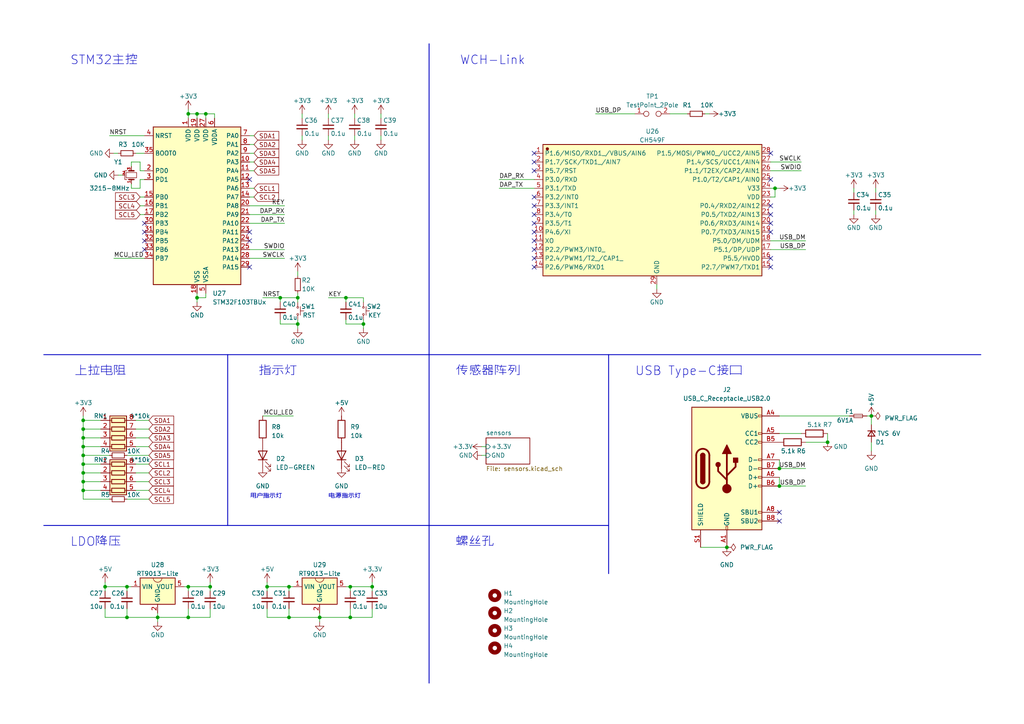
<source format=kicad_sch>
(kicad_sch (version 20230121) (generator eeschema)
  (paper "A4")
  (title_block (date "2023-06-11"))
  (lib_symbols
    (symbol "Connector:TestPoint_2Pole" (pin_names (offset 0.762) hide)
      (property "Reference" "TP" (at 0 1.524 0))
      (property "Value" "TestPoint_2Pole" (at 0 -1.778 0))
      (symbol "TestPoint_2Pole_0_1"
        (circle (center -1.778 0) (radius 0.762))
        (circle (center 1.778 0) (radius 0.762))
        (pin passive line (at -5.08 0 0) (length 2.54) (name "1") (number "1"))
        (pin passive line (at 5.08 0 180) (length 2.54) (name "2") (number "2"))
      )
    )
    (symbol "Connector:USB_C_Receptacle_USB2.0" (pin_names (offset 1.016))
      (property "Reference" "J" (at -10.16 19.05 0))
      (property "Value" "USB_C_Receptacle_USB2.0" (at 19.05 19.05 0))
      (symbol "USB_C_Receptacle_USB2.0_0_0"
        (rectangle (start -0.254 -17.78) (end 0.254 -16.764))
        (rectangle (start 10.16 -14.986) (end 9.144 -15.494))
        (rectangle (start 10.16 -12.446) (end 9.144 -12.954))
        (rectangle (start 10.16 -4.826) (end 9.144 -5.334))
        (rectangle (start 10.16 -2.286) (end 9.144 -2.794))
        (rectangle (start 10.16 0.254) (end 9.144 -0.254))
        (rectangle (start 10.16 2.794) (end 9.144 2.286))
        (rectangle (start 10.16 7.874) (end 9.144 7.366))
        (rectangle (start 10.16 10.414) (end 9.144 9.906))
        (rectangle (start 10.16 15.494) (end 9.144 14.986))
      )
      (symbol "USB_C_Receptacle_USB2.0_0_1"
        (rectangle (start -10.16 17.78) (end 10.16 -17.78) (stroke (width 0.254)) (fill (type background)))
        (arc (start -8.89 -3.81) (mid -6.985 -5.7067) (end -5.08 -3.81) (stroke (width 0.508)))
        (arc (start -7.62 -3.81) (mid -6.985 -4.4423) (end -6.35 -3.81) (stroke (width 0.254)))
        (arc (start -7.62 -3.81) (mid -6.985 -4.4423) (end -6.35 -3.81) (stroke (width 0.254)) (fill (type outline)))
        (rectangle (start -7.62 -3.81) (end -6.35 3.81) (stroke (width 0.254)) (fill (type outline)))
        (arc (start -6.35 3.81) (mid -6.985 4.4423) (end -7.62 3.81) (stroke (width 0.254)))
        (arc (start -6.35 3.81) (mid -6.985 4.4423) (end -7.62 3.81) (stroke (width 0.254)) (fill (type outline)))
        (arc (start -5.08 3.81) (mid -6.985 5.7067) (end -8.89 3.81) (stroke (width 0.508)))
        (circle (center -2.54 1.143) (radius 0.635) (stroke (width 0.254)) (fill (type outline)))
        (circle (center 0 -5.842) (radius 1.27) (fill (type outline)))
        (polyline (pts (xy -8.89 -3.81) (xy -8.89 3.81)) (stroke (width 0.508)))
        (polyline (pts (xy -5.08 3.81) (xy -5.08 -3.81)) (stroke (width 0.508)))
        (polyline (pts (xy 0 -5.842) (xy 0 4.318)) (stroke (width 0.508)))
        (polyline (pts (xy 0 -3.302) (xy -2.54 -0.762) (xy -2.54 0.508)) (stroke (width 0.508)))
        (polyline (pts (xy 0 -2.032) (xy 2.54 0.508) (xy 2.54 1.778)) (stroke (width 0.508)))
        (polyline (pts (xy -1.27 4.318) (xy 0 6.858) (xy 1.27 4.318) (xy -1.27 4.318)) (stroke (width 0.254)) (fill (type outline)))
        (rectangle (start 1.905 1.778) (end 3.175 3.048) (stroke (width 0.254)) (fill (type outline)))
      )
      (symbol "USB_C_Receptacle_USB2.0_1_1"
        (pin passive line (at 0 -22.86 90) (length 5.08) (name "GND") (number "A1"))
        (pin passive line (at 0 -22.86 90) (length 5.08) hide (name "GND") (number "A12"))
        (pin passive line (at 15.24 15.24 180) (length 5.08) (name "VBUS") (number "A4"))
        (pin bidirectional line (at 15.24 10.16 180) (length 5.08) (name "CC1") (number "A5"))
        (pin bidirectional line (at 15.24 -2.54 180) (length 5.08) (name "D+") (number "A6"))
        (pin bidirectional line (at 15.24 2.54 180) (length 5.08) (name "D-") (number "A7"))
        (pin bidirectional line (at 15.24 -12.7 180) (length 5.08) (name "SBU1") (number "A8"))
        (pin passive line (at 15.24 15.24 180) (length 5.08) hide (name "VBUS") (number "A9"))
        (pin passive line (at 0 -22.86 90) (length 5.08) hide (name "GND") (number "B1"))
        (pin passive line (at 0 -22.86 90) (length 5.08) hide (name "GND") (number "B12"))
        (pin passive line (at 15.24 15.24 180) (length 5.08) hide (name "VBUS") (number "B4"))
        (pin bidirectional line (at 15.24 7.62 180) (length 5.08) (name "CC2") (number "B5"))
        (pin bidirectional line (at 15.24 -5.08 180) (length 5.08) (name "D+") (number "B6"))
        (pin bidirectional line (at 15.24 0 180) (length 5.08) (name "D-") (number "B7"))
        (pin bidirectional line (at 15.24 -15.24 180) (length 5.08) (name "SBU2") (number "B8"))
        (pin passive line (at 15.24 15.24 180) (length 5.08) hide (name "VBUS") (number "B9"))
        (pin passive line (at -7.62 -22.86 90) (length 5.08) (name "SHIELD") (number "S1"))
      )
    )
    (symbol "Device:C_Small" (pin_numbers hide) (pin_names (offset 0.254) hide)
      (property "Reference" "C" (at 0.254 1.778 0))
      (property "Value" "C_Small" (at 0.254 -2.032 0))
      (symbol "C_Small_0_1"
        (polyline (pts (xy -1.524 -0.508) (xy 1.524 -0.508)) (stroke (width 0.3302)))
        (polyline (pts (xy -1.524 0.508) (xy 1.524 0.508)) (stroke (width 0.3048)))
      )
      (symbol "C_Small_1_1"
        (pin passive line (at 0 2.54 270) (length 2.032) (name "~") (number "1"))
        (pin passive line (at 0 -2.54 90) (length 2.032) (name "~") (number "2"))
      )
    )
    (symbol "Device:Crystal_GND2_Small" (pin_names (offset 1.016) hide)
      (property "Reference" "Y" (at 0 5.08 0))
      (property "Value" "Crystal_GND2_Small" (at 0 3.175 0))
      (symbol "Crystal_GND2_Small_0_1"
        (rectangle (start -0.762 -1.524) (end 0.762 1.524))
        (polyline (pts (xy -1.27 -0.762) (xy -1.27 0.762)) (stroke (width 0.381)))
        (polyline (pts (xy 1.27 -0.762) (xy 1.27 0.762)) (stroke (width 0.381)))
        (polyline (pts (xy -1.27 -1.27) (xy -1.27 -1.905) (xy 1.27 -1.905) (xy 1.27 -1.27)))
      )
      (symbol "Crystal_GND2_Small_1_1"
        (pin passive line (at -2.54 0 0) (length 1.27) (name "1") (number "1"))
        (pin passive line (at 0 -2.54 90) (length 0.635) (name "2") (number "2"))
        (pin passive line (at 2.54 0 180) (length 1.27) (name "3") (number "3"))
      )
    )
    (symbol "Device:D_Zener_Small" (pin_numbers hide) (pin_names (offset 0.254) hide)
      (property "Reference" "D" (at 0 2.286 0))
      (property "Value" "D_Zener_Small" (at 0 -2.286 0))
      (symbol "D_Zener_Small_0_1"
        (polyline (pts (xy 0.762 0) (xy -0.762 0)))
        (polyline (pts (xy -0.254 1.016) (xy -0.762 1.016) (xy -0.762 -1.016)) (stroke (width 0.254)))
        (polyline (pts (xy 0.762 1.016) (xy -0.762 0) (xy 0.762 -1.016) (xy 0.762 1.016)) (stroke (width 0.254)))
      )
      (symbol "D_Zener_Small_1_1"
        (pin passive line (at -2.54 0 0) (length 1.778) (name "K") (number "1"))
        (pin passive line (at 2.54 0 180) (length 1.778) (name "A") (number "2"))
      )
    )
    (symbol "Device:Fuse_Small" (pin_numbers hide) (pin_names (offset 0.254) hide)
      (property "Reference" "F" (at 0 -1.524 0))
      (property "Value" "Fuse_Small" (at 0 1.524 0))
      (symbol "Fuse_Small_0_1"
        (rectangle (start -1.27 0.508) (end 1.27 -0.508))
        (polyline (pts (xy -1.27 0) (xy 1.27 0)))
      )
      (symbol "Fuse_Small_1_1"
        (pin passive line (at -2.54 0 0) (length 1.27) (name "~") (number "1"))
        (pin passive line (at 2.54 0 180) (length 1.27) (name "~") (number "2"))
      )
    )
    (symbol "Device:LED" (pin_numbers hide) (pin_names (offset 1.016) hide)
      (property "Reference" "D" (at 0 2.54 0))
      (property "Value" "LED" (at 0 -2.54 0))
      (symbol "LED_0_1"
        (polyline (pts (xy -1.27 -1.27) (xy -1.27 1.27)) (stroke (width 0.254)))
        (polyline (pts (xy -1.27 0) (xy 1.27 0)))
        (polyline (pts (xy 1.27 -1.27) (xy 1.27 1.27) (xy -1.27 0) (xy 1.27 -1.27)) (stroke (width 0.254)))
        (polyline (pts (xy -3.048 -0.762) (xy -4.572 -2.286) (xy -3.81 -2.286) (xy -4.572 -2.286) (xy -4.572 -1.524)))
        (polyline (pts (xy -1.778 -0.762) (xy -3.302 -2.286) (xy -2.54 -2.286) (xy -3.302 -2.286) (xy -3.302 -1.524)))
      )
      (symbol "LED_1_1"
        (pin passive line (at -3.81 0 0) (length 2.54) (name "K") (number "1"))
        (pin passive line (at 3.81 0 180) (length 2.54) (name "A") (number "2"))
      )
    )
    (symbol "Device:R" (pin_numbers hide) (pin_names (offset 0))
      (property "Reference" "R" (at 2.032 0 90))
      (property "Value" "R" (at 0 0 90))
      (symbol "R_0_1"
        (rectangle (start -1.016 -2.54) (end 1.016 2.54) (stroke (width 0.254)))
      )
      (symbol "R_1_1"
        (pin passive line (at 0 3.81 270) (length 1.27) (name "~") (number "1"))
        (pin passive line (at 0 -3.81 90) (length 1.27) (name "~") (number "2"))
      )
    )
    (symbol "Device:R_Pack04" (pin_names (offset 0) hide)
      (property "Reference" "RN" (at -7.62 0 90))
      (property "Value" "R_Pack04" (at 5.08 0 90))
      (symbol "R_Pack04_0_1"
        (rectangle (start -6.35 -2.413) (end 3.81 2.413) (stroke (width 0.254)) (fill (type background)))
        (rectangle (start -5.715 1.905) (end -4.445 -1.905) (stroke (width 0.254)))
        (rectangle (start -3.175 1.905) (end -1.905 -1.905) (stroke (width 0.254)))
        (rectangle (start -0.635 1.905) (end 0.635 -1.905) (stroke (width 0.254)))
        (polyline (pts (xy -5.08 -2.54) (xy -5.08 -1.905)))
        (polyline (pts (xy -5.08 1.905) (xy -5.08 2.54)))
        (polyline (pts (xy -2.54 -2.54) (xy -2.54 -1.905)))
        (polyline (pts (xy -2.54 1.905) (xy -2.54 2.54)))
        (polyline (pts (xy 0 -2.54) (xy 0 -1.905)))
        (polyline (pts (xy 0 1.905) (xy 0 2.54)))
        (polyline (pts (xy 2.54 -2.54) (xy 2.54 -1.905)))
        (polyline (pts (xy 2.54 1.905) (xy 2.54 2.54)))
        (rectangle (start 1.905 1.905) (end 3.175 -1.905) (stroke (width 0.254)))
      )
      (symbol "R_Pack04_1_1"
        (pin passive line (at -5.08 -5.08 90) (length 2.54) (name "R1.1") (number "1"))
        (pin passive line (at -2.54 -5.08 90) (length 2.54) (name "R2.1") (number "2"))
        (pin passive line (at 0 -5.08 90) (length 2.54) (name "R3.1") (number "3"))
        (pin passive line (at 2.54 -5.08 90) (length 2.54) (name "R4.1") (number "4"))
        (pin passive line (at 2.54 5.08 270) (length 2.54) (name "R4.2") (number "5"))
        (pin passive line (at 0 5.08 270) (length 2.54) (name "R3.2") (number "6"))
        (pin passive line (at -2.54 5.08 270) (length 2.54) (name "R2.2") (number "7"))
        (pin passive line (at -5.08 5.08 270) (length 2.54) (name "R1.2") (number "8"))
      )
    )
    (symbol "Device:R_Small" (pin_numbers hide) (pin_names (offset 0.254) hide)
      (property "Reference" "R" (at 0.762 0.508 0))
      (property "Value" "R_Small" (at 0.762 -1.016 0))
      (symbol "R_Small_0_1"
        (rectangle (start -0.762 1.778) (end 0.762 -1.778) (stroke (width 0.2032)))
      )
      (symbol "R_Small_1_1"
        (pin passive line (at 0 2.54 270) (length 0.762) (name "~") (number "1"))
        (pin passive line (at 0 -2.54 90) (length 0.762) (name "~") (number "2"))
      )
    )
    (symbol "MCU_ST_STM32F1:STM32F103TBUx"
      (property "Reference" "U" (at -12.7 24.13 0))
      (property "Value" "STM32F103TBUx" (at 7.62 24.13 0))
      (symbol "STM32F103TBUx_0_1"
        (rectangle (start -12.7 -22.86) (end 12.7 22.86) (stroke (width 0.254)) (fill (type background)))
      )
      (symbol "STM32F103TBUx_1_1"
        (pin power_in line (at -2.54 25.4 270) (length 2.54) (name "VDD") (number "1"))
        (pin bidirectional line (at 15.24 12.7 180) (length 2.54) (name "PA3") (number "10"))
        (pin bidirectional line (at 15.24 10.16 180) (length 2.54) (name "PA4") (number "11"))
        (pin bidirectional line (at 15.24 7.62 180) (length 2.54) (name "PA5") (number "12"))
        (pin bidirectional line (at 15.24 5.08 180) (length 2.54) (name "PA6") (number "13"))
        (pin bidirectional line (at 15.24 2.54 180) (length 2.54) (name "PA7") (number "14"))
        (pin bidirectional line (at -15.24 2.54 0) (length 2.54) (name "PB0") (number "15"))
        (pin bidirectional line (at -15.24 0 0) (length 2.54) (name "PB1") (number "16"))
        (pin bidirectional line (at -15.24 -2.54 0) (length 2.54) (name "PB2") (number "17"))
        (pin power_in line (at 0 -25.4 90) (length 2.54) (name "VSS") (number "18"))
        (pin power_in line (at 0 25.4 270) (length 2.54) (name "VDD") (number "19"))
        (pin bidirectional line (at -15.24 10.16 0) (length 2.54) (name "PD0") (number "2"))
        (pin bidirectional line (at 15.24 0 180) (length 2.54) (name "PA8") (number "20"))
        (pin bidirectional line (at 15.24 -2.54 180) (length 2.54) (name "PA9") (number "21"))
        (pin bidirectional line (at 15.24 -5.08 180) (length 2.54) (name "PA10") (number "22"))
        (pin bidirectional line (at 15.24 -7.62 180) (length 2.54) (name "PA11") (number "23"))
        (pin bidirectional line (at 15.24 -10.16 180) (length 2.54) (name "PA12") (number "24"))
        (pin bidirectional line (at 15.24 -12.7 180) (length 2.54) (name "PA13") (number "25"))
        (pin passive line (at 0 -25.4 90) (length 2.54) hide (name "VSS") (number "26"))
        (pin power_in line (at 2.54 25.4 270) (length 2.54) (name "VDD") (number "27"))
        (pin bidirectional line (at 15.24 -15.24 180) (length 2.54) (name "PA14") (number "28"))
        (pin bidirectional line (at 15.24 -17.78 180) (length 2.54) (name "PA15") (number "29"))
        (pin bidirectional line (at -15.24 7.62 0) (length 2.54) (name "PD1") (number "3"))
        (pin bidirectional line (at -15.24 -5.08 0) (length 2.54) (name "PB3") (number "30"))
        (pin bidirectional line (at -15.24 -7.62 0) (length 2.54) (name "PB4") (number "31"))
        (pin bidirectional line (at -15.24 -10.16 0) (length 2.54) (name "PB5") (number "32"))
        (pin bidirectional line (at -15.24 -12.7 0) (length 2.54) (name "PB6") (number "33"))
        (pin bidirectional line (at -15.24 -15.24 0) (length 2.54) (name "PB7") (number "34"))
        (pin input line (at -15.24 15.24 0) (length 2.54) (name "BOOT0") (number "35"))
        (pin passive line (at 0 -25.4 90) (length 2.54) hide (name "VSS") (number "36"))
        (pin passive line (at 0 -25.4 90) (length 2.54) hide (name "VSS") (number "37"))
        (pin input line (at -15.24 20.32 0) (length 2.54) (name "NRST") (number "4"))
        (pin power_in line (at 2.54 -25.4 90) (length 2.54) (name "VSSA") (number "5"))
        (pin power_in line (at 5.08 25.4 270) (length 2.54) (name "VDDA") (number "6"))
        (pin bidirectional line (at 15.24 20.32 180) (length 2.54) (name "PA0") (number "7"))
        (pin bidirectional line (at 15.24 17.78 180) (length 2.54) (name "PA1") (number "8"))
        (pin bidirectional line (at 15.24 15.24 180) (length 2.54) (name "PA2") (number "9"))
      )
    )
    (symbol "Mechanical:MountingHole" (pin_names (offset 1.016))
      (property "Reference" "H" (at 0 5.08 0))
      (property "Value" "MountingHole" (at 0 3.175 0))
      (symbol "MountingHole_0_1"
        (circle (center 0 0) (radius 1.27) (stroke (width 1.27)))
      )
    )
    (symbol "hgf_lib:CH549F"
      (property "Reference" "U" (at 0 25.4 0))
      (property "Value" "CH549F" (at 0 22.86 0))
      (symbol "CH549F_1_1"
        (rectangle (start -33.02 20.32) (end 30.48 -17.78) (stroke (width 0.254)) (fill (type background)))
        (circle (center -31.75 19.05) (radius 0.381) (stroke (width 0.1524)) (fill (type outline)))
        (pin input line (at -35.56 17.78 0) (length 2.54) (name "P1.6/MISO/RXD1_/VBUS/AIN6") (number "1"))
        (pin input line (at -35.56 -5.08 0) (length 2.54) (name "P4.6/XI") (number "10"))
        (pin input line (at -35.56 -7.62 0) (length 2.54) (name "XO") (number "11"))
        (pin input line (at -35.56 -10.16 0) (length 2.54) (name "P2.2/PWM3/INT0_") (number "12"))
        (pin input line (at -35.56 -12.7 0) (length 2.54) (name "P2.4/PWM1/T2_/CAP1_") (number "13"))
        (pin input line (at -35.56 -15.24 0) (length 2.54) (name "P2.6/PWM6/RXD1") (number "14"))
        (pin input line (at 33.02 -15.24 180) (length 2.54) (name "P2.7/PWM7/TXD1") (number "15"))
        (pin input line (at 33.02 -12.7 180) (length 2.54) (name "P5.5/HVOD") (number "16"))
        (pin input line (at 33.02 -10.16 180) (length 2.54) (name "P5.1/DP/UDP") (number "17"))
        (pin input line (at 33.02 -7.62 180) (length 2.54) (name "P5.0/DM/UDM") (number "18"))
        (pin input line (at 33.02 -5.08 180) (length 2.54) (name "P0.7/TXD3/AIN15") (number "19"))
        (pin input line (at -35.56 15.24 0) (length 2.54) (name "P1.7/SCK/TXD1_/AIN7") (number "2"))
        (pin input line (at 33.02 -2.54 180) (length 2.54) (name "P0.6/RXD3/AIN14") (number "20"))
        (pin input line (at 33.02 0 180) (length 2.54) (name "P0.5/TXD2/AIN13") (number "21"))
        (pin input line (at 33.02 2.54 180) (length 2.54) (name "P0.4/RXD2/AIN12") (number "22"))
        (pin input line (at 33.02 5.08 180) (length 2.54) (name "VDD") (number "23"))
        (pin input line (at 33.02 7.62 180) (length 2.54) (name "V33") (number "24"))
        (pin input line (at 33.02 10.16 180) (length 2.54) (name "P1.0/T2/CAP1/AIN0") (number "25"))
        (pin input line (at 33.02 12.7 180) (length 2.54) (name "P1.1/T2EX/CAP2/AIN1") (number "26"))
        (pin input line (at 33.02 15.24 180) (length 2.54) (name "P1.4/SCS/UCC1/AIN4") (number "27"))
        (pin input line (at 33.02 17.78 180) (length 2.54) (name "P1.5/MOSI/PWM0_/UCC2/AIN5") (number "28"))
        (pin input line (at 0 -20.32 90) (length 2.54) (name "GND") (number "29"))
        (pin input line (at -35.56 12.7 0) (length 2.54) (name "P5.7/RST") (number "3"))
        (pin input line (at -35.56 10.16 0) (length 2.54) (name "P3.0/RXD") (number "4"))
        (pin input line (at -35.56 7.62 0) (length 2.54) (name "P3.1/TXD") (number "5"))
        (pin input line (at -35.56 5.08 0) (length 2.54) (name "P3.2/INT0") (number "6"))
        (pin input line (at -35.56 2.54 0) (length 2.54) (name "P3.3/INT1") (number "7"))
        (pin input line (at -35.56 0 0) (length 2.54) (name "P3.4/T0") (number "8"))
        (pin input line (at -35.56 -2.54 0) (length 2.54) (name "P3.5/T1") (number "9"))
      )
    )
    (symbol "hgf_lib:RT9013-Lite"
      (property "Reference" "U" (at 0 10.16 0))
      (property "Value" "RT9013-Lite" (at 0 7.62 0))
      (symbol "RT9013-Lite_0_0"
        (pin power_in line (at -7.62 2.54 0) (length 2.54) (name "VIN") (number "1"))
        (pin power_in line (at 0 -5.08 90) (length 2.54) (name "GND") (number "2"))
        (pin input line (at -7.62 2.54 0) (length 2.54) hide (name "EN") (number "3"))
        (pin no_connect line (at 7.62 0 180) (length 2.54) hide (name "NC") (number "4"))
        (pin power_out line (at 7.62 2.54 180) (length 2.54) (name "VOUT") (number "5"))
      )
      (symbol "RT9013-Lite_0_1"
        (rectangle (start -5.08 5.08) (end 5.08 -2.54) (stroke (width 0.254)) (fill (type background)))
        (arc (start -1.27 5.08) (mid 0 3.8484) (end 1.27 5.08))
      )
    )
    (symbol "hgf_lib:SW_Push_Small"
      (property "Reference" "SW" (at 0 8.89 0))
      (property "Value" "SW_Push_Small" (at 0 6.35 0))
      (symbol "SW_Push_Small_0_0"
        (pin passive line (at -2.54 0 0) (length 1.27) hide (name "1") (number "1"))
        (pin passive line (at 2.54 0 180) (length 1.27) hide (name "2") (number "2"))
      )
      (symbol "SW_Push_Small_0_1"
        (circle (center -1.016 0) (radius 0.254))
        (polyline (pts (xy -2.54 0) (xy -1.27 0)))
        (polyline (pts (xy -1.27 0.762) (xy 1.27 0.762)))
        (polyline (pts (xy 0 0.762) (xy 0 1.778)))
        (polyline (pts (xy 1.27 0) (xy 2.54 0)))
        (circle (center 1.016 0) (radius 0.254))
      )
    )
    (symbol "power:+3.3V" (power) (pin_names (offset 0))
      (property "Value" "+3.3V" (at 0 3.556 0))
      (symbol "+3.3V_0_1"
        (polyline (pts (xy -0.762 1.27) (xy 0 2.54)))
        (polyline (pts (xy 0 0) (xy 0 2.54)))
        (polyline (pts (xy 0 2.54) (xy 0.762 1.27)))
      )
      (symbol "+3.3V_1_1"
        (pin power_in line (at 0 0 90) (length 0) hide (name "+3.3V") (number "1"))
      )
    )
    (symbol "power:+3V3" (power) (pin_names (offset 0))
      (property "Value" "+3V3" (at 0 3.556 0))
      (symbol "+3V3_0_1"
        (polyline (pts (xy -0.762 1.27) (xy 0 2.54)))
        (polyline (pts (xy 0 0) (xy 0 2.54)))
        (polyline (pts (xy 0 2.54) (xy 0.762 1.27)))
      )
      (symbol "+3V3_1_1"
        (pin power_in line (at 0 0 90) (length 0) hide (name "+3V3") (number "1"))
      )
    )
    (symbol "power:+5V" (power) (pin_names (offset 0))
      (property "Value" "+5V" (at 0 3.556 0))
      (symbol "+5V_0_1"
        (polyline (pts (xy -0.762 1.27) (xy 0 2.54)))
        (polyline (pts (xy 0 0) (xy 0 2.54)))
        (polyline (pts (xy 0 2.54) (xy 0.762 1.27)))
      )
      (symbol "+5V_1_1"
        (pin power_in line (at 0 0 90) (length 0) hide (name "+5V") (number "1"))
      )
    )
    (symbol "power:GND" (power) (pin_names (offset 0))
      (property "Value" "GND" (at 0 -3.81 0))
      (symbol "GND_0_1"
        (polyline (pts (xy 0 0) (xy 0 -1.27) (xy 1.27 -1.27) (xy 0 -2.54) (xy -1.27 -1.27) (xy 0 -1.27)))
      )
      (symbol "GND_1_1"
        (pin power_in line (at 0 0 270) (length 0) hide (name "GND") (number "1"))
      )
    )
    (symbol "power:PWR_FLAG" (power) (pin_numbers hide) (pin_names (offset 0) hide)
      (property "Value" "PWR_FLAG" (at 0 3.81 0))
      (symbol "PWR_FLAG_0_0"
        (pin power_out line (at 0 0 90) (length 0) (name "pwr") (number "1"))
      )
      (symbol "PWR_FLAG_0_1"
        (polyline (pts (xy 0 0) (xy 0 1.27) (xy -1.016 1.905) (xy 0 2.54) (xy 1.016 1.905) (xy 0 1.27)))
      )
    )
  )
  (junction (at 92.71 179.07))
  (junction (at 105.41 93.98))
  (junction (at 24.13 134.62))
  (junction (at 54.61 170.18))
  (junction (at 226.06 135.89))
  (junction (at 24.13 127))
  (junction (at 101.6 179.07))
  (junction (at 24.13 137.16))
  (junction (at 83.82 170.18))
  (junction (at 107.95 170.18))
  (junction (at 30.48 170.18))
  (junction (at 24.13 132.08))
  (junction (at 60.96 170.18))
  (junction (at 54.61 179.07))
  (junction (at 24.13 139.7))
  (junction (at 81.28 86.36))
  (junction (at 57.15 86.36))
  (junction (at 101.6 170.18))
  (junction (at 252.73 120.65))
  (junction (at 54.61 33.02))
  (junction (at 83.82 179.07))
  (junction (at 24.13 124.46))
  (junction (at 100.33 86.36))
  (junction (at 57.15 33.02))
  (junction (at 36.83 179.07))
  (junction (at 24.13 129.54))
  (junction (at 24.13 142.24))
  (junction (at 224.79 54.61))
  (junction (at 226.06 140.97))
  (junction (at 59.69 33.02))
  (junction (at 77.47 170.18))
  (junction (at 24.13 121.92))
  (junction (at 86.36 86.36))
  (junction (at 240.03 128.27))
  (junction (at 36.83 170.18))
  (junction (at 45.72 179.07))
  (junction (at 210.82 158.75))
  (junction (at 86.36 93.98))
  (no_connect (at 41.91 64.77))
  (no_connect (at 154.94 64.77))
  (no_connect (at 223.52 44.45))
  (no_connect (at 154.94 67.31))
  (no_connect (at 154.94 59.69))
  (no_connect (at 154.94 72.39))
  (no_connect (at 223.52 62.23))
  (no_connect (at 154.94 74.93))
  (no_connect (at 41.91 69.85))
  (no_connect (at 154.94 46.99))
  (no_connect (at 154.94 49.53))
  (no_connect (at 223.52 64.77))
  (no_connect (at 223.52 77.47))
  (no_connect (at 72.39 69.85))
  (no_connect (at 154.94 57.15))
  (no_connect (at 72.39 77.47))
  (no_connect (at 223.52 74.93))
  (no_connect (at 41.91 72.39))
  (no_connect (at 72.39 67.31))
  (no_connect (at 223.52 59.69))
  (no_connect (at 154.94 44.45))
  (no_connect (at 154.94 62.23))
  (no_connect (at 41.91 67.31))
  (no_connect (at 154.94 77.47))
  (no_connect (at 223.52 52.07))
  (no_connect (at 226.06 151.13))
  (no_connect (at 223.52 67.31))
  (no_connect (at 226.06 148.59))
  (no_connect (at 72.39 52.07))
  (no_connect (at 154.94 69.85))
  (wire (pts (xy 39.37 44.45) (xy 41.91 44.45)))
  (wire (pts (xy 24.13 134.62) (xy 29.21 134.62)))
  (wire (pts (xy 24.13 137.16) (xy 24.13 139.7)))
  (polyline (pts (xy 12.7 102.87) (xy 124.46 102.87)) (stroke (width 0.254)))
  (wire (pts (xy 34.29 50.8) (xy 35.56 50.8)))
  (wire (pts (xy 73.66 46.99) (xy 72.39 46.99)))
  (wire (pts (xy 31.75 39.37) (xy 41.91 39.37)))
  (wire (pts (xy 40.64 46.99) (xy 38.1 46.99)))
  (wire (pts (xy 233.68 69.85) (xy 223.52 69.85)))
  (wire (pts (xy 54.61 31.75) (xy 54.61 33.02)))
  (wire (pts (xy 110.49 33.02) (xy 110.49 34.29)))
  (wire (pts (xy 24.13 121.92) (xy 29.21 121.92)))
  (wire (pts (xy 33.02 74.93) (xy 41.91 74.93)))
  (wire (pts (xy 41.91 49.53) (xy 40.64 49.53)))
  (wire (pts (xy 40.64 57.15) (xy 41.91 57.15)))
  (wire (pts (xy 45.72 177.8) (xy 45.72 179.07)))
  (wire (pts (xy 194.31 33.02) (xy 199.39 33.02)))
  (wire (pts (xy 24.13 127) (xy 29.21 127)))
  (polyline (pts (xy 124.46 152.4) (xy 124.46 198.12)) (stroke (width 0.254)))
  (wire (pts (xy 62.23 34.29) (xy 62.23 33.02)))
  (wire (pts (xy 95.25 33.02) (xy 95.25 34.29)))
  (polyline (pts (xy 124.46 152.4) (xy 176.53 152.4)) (stroke (width 0.254)))
  (wire (pts (xy 254 62.23) (xy 254 60.96)))
  (wire (pts (xy 24.13 134.62) (xy 24.13 137.16)))
  (wire (pts (xy 24.13 139.7) (xy 29.21 139.7)))
  (wire (pts (xy 39.37 124.46) (xy 43.18 124.46)))
  (wire (pts (xy 226.06 120.65) (xy 246.38 120.65)))
  (wire (pts (xy 40.64 62.23) (xy 41.91 62.23)))
  (wire (pts (xy 252.73 120.65) (xy 252.73 123.19)))
  (wire (pts (xy 95.25 86.36) (xy 100.33 86.36)))
  (wire (pts (xy 105.41 86.36) (xy 105.41 87.63)))
  (wire (pts (xy 144.78 52.07) (xy 154.94 52.07)))
  (polyline (pts (xy 124.46 102.87) (xy 284.48 102.87)) (stroke (width 0.254)))
  (wire (pts (xy 144.78 54.61) (xy 154.94 54.61)))
  (wire (pts (xy 36.83 170.18) (xy 36.83 171.45)))
  (wire (pts (xy 107.95 176.53) (xy 107.95 179.07)))
  (wire (pts (xy 82.55 64.77) (xy 72.39 64.77)))
  (wire (pts (xy 38.1 170.18) (xy 36.83 170.18)))
  (wire (pts (xy 24.13 132.08) (xy 31.75 132.08)))
  (wire (pts (xy 226.06 125.73) (xy 232.41 125.73)))
  (wire (pts (xy 38.1 54.61) (xy 38.1 53.34)))
  (wire (pts (xy 101.6 170.18) (xy 107.95 170.18)))
  (wire (pts (xy 223.52 54.61) (xy 224.79 54.61)))
  (wire (pts (xy 110.49 40.64) (xy 110.49 39.37)))
  (wire (pts (xy 39.37 129.54) (xy 43.18 129.54)))
  (wire (pts (xy 85.09 170.18) (xy 83.82 170.18)))
  (wire (pts (xy 107.95 168.91) (xy 107.95 170.18)))
  (wire (pts (xy 240.03 125.73) (xy 240.03 128.27)))
  (wire (pts (xy 76.2 86.36) (xy 81.28 86.36)))
  (polyline (pts (xy 124.46 12.7) (xy 124.46 102.87)) (stroke (width 0.254)))
  (polyline (pts (xy 124.46 102.87) (xy 124.46 152.4)) (stroke (width 0.254)))
  (wire (pts (xy 86.36 78.74) (xy 86.36 80.01)))
  (wire (pts (xy 102.87 33.02) (xy 102.87 34.29)))
  (wire (pts (xy 59.69 86.36) (xy 57.15 86.36)))
  (wire (pts (xy 205.74 33.02) (xy 204.47 33.02)))
  (wire (pts (xy 190.5 83.82) (xy 190.5 82.55)))
  (wire (pts (xy 105.41 93.98) (xy 105.41 95.25)))
  (wire (pts (xy 54.61 176.53) (xy 54.61 179.07)))
  (wire (pts (xy 36.83 179.07) (xy 45.72 179.07)))
  (wire (pts (xy 24.13 142.24) (xy 24.13 144.78)))
  (wire (pts (xy 86.36 93.98) (xy 86.36 95.25)))
  (wire (pts (xy 39.37 127) (xy 43.18 127)))
  (wire (pts (xy 53.34 170.18) (xy 54.61 170.18)))
  (wire (pts (xy 24.13 129.54) (xy 29.21 129.54)))
  (wire (pts (xy 87.63 33.02) (xy 87.63 34.29)))
  (wire (pts (xy 60.96 170.18) (xy 60.96 171.45)))
  (wire (pts (xy 203.2 158.75) (xy 210.82 158.75)))
  (wire (pts (xy 60.96 168.91) (xy 60.96 170.18)))
  (wire (pts (xy 30.48 179.07) (xy 36.83 179.07)))
  (wire (pts (xy 24.13 139.7) (xy 24.13 142.24)))
  (wire (pts (xy 73.66 44.45) (xy 72.39 44.45)))
  (wire (pts (xy 36.83 132.08) (xy 43.18 132.08)))
  (wire (pts (xy 101.6 170.18) (xy 101.6 171.45)))
  (wire (pts (xy 92.71 179.07) (xy 92.71 180.34)))
  (wire (pts (xy 247.65 62.23) (xy 247.65 60.96)))
  (wire (pts (xy 139.7 132.08) (xy 140.97 132.08)))
  (wire (pts (xy 83.82 176.53) (xy 83.82 179.07)))
  (wire (pts (xy 60.96 176.53) (xy 60.96 179.07)))
  (wire (pts (xy 226.06 133.35) (xy 226.06 135.89)))
  (wire (pts (xy 24.13 124.46) (xy 24.13 127)))
  (polyline (pts (xy 66.04 102.87) (xy 66.04 152.4)) (stroke (width 0.254)))
  (wire (pts (xy 95.25 40.64) (xy 95.25 39.37)))
  (wire (pts (xy 57.15 86.36) (xy 57.15 87.63)))
  (wire (pts (xy 73.66 39.37) (xy 72.39 39.37)))
  (wire (pts (xy 36.83 170.18) (xy 30.48 170.18)))
  (wire (pts (xy 85.09 120.65) (xy 76.2 120.65)))
  (wire (pts (xy 57.15 33.02) (xy 57.15 34.29)))
  (wire (pts (xy 81.28 86.36) (xy 86.36 86.36)))
  (wire (pts (xy 24.13 132.08) (xy 24.13 134.62)))
  (wire (pts (xy 54.61 170.18) (xy 54.61 171.45)))
  (wire (pts (xy 39.37 142.24) (xy 43.18 142.24)))
  (wire (pts (xy 83.82 170.18) (xy 83.82 171.45)))
  (wire (pts (xy 40.64 49.53) (xy 40.64 46.99)))
  (wire (pts (xy 24.13 124.46) (xy 29.21 124.46)))
  (wire (pts (xy 83.82 170.18) (xy 77.47 170.18)))
  (wire (pts (xy 54.61 33.02) (xy 54.61 34.29)))
  (wire (pts (xy 40.64 59.69) (xy 41.91 59.69)))
  (wire (pts (xy 100.33 86.36) (xy 105.41 86.36)))
  (wire (pts (xy 92.71 179.07) (xy 101.6 179.07)))
  (wire (pts (xy 100.33 93.98) (xy 105.41 93.98)))
  (wire (pts (xy 45.72 179.07) (xy 54.61 179.07)))
  (wire (pts (xy 45.72 179.07) (xy 45.72 180.34)))
  (wire (pts (xy 139.7 129.54) (xy 140.97 129.54)))
  (wire (pts (xy 24.13 121.92) (xy 24.13 124.46)))
  (wire (pts (xy 81.28 93.98) (xy 86.36 93.98)))
  (wire (pts (xy 107.95 170.18) (xy 107.95 171.45)))
  (wire (pts (xy 54.61 179.07) (xy 60.96 179.07)))
  (wire (pts (xy 40.64 54.61) (xy 38.1 54.61)))
  (wire (pts (xy 172.72 33.02) (xy 184.15 33.02)))
  (wire (pts (xy 101.6 179.07) (xy 107.95 179.07)))
  (wire (pts (xy 77.47 176.53) (xy 77.47 179.07)))
  (wire (pts (xy 86.36 86.36) (xy 86.36 85.09)))
  (wire (pts (xy 224.79 54.61) (xy 226.06 54.61)))
  (wire (pts (xy 105.41 93.98) (xy 105.41 92.71)))
  (wire (pts (xy 86.36 87.63) (xy 86.36 86.36)))
  (wire (pts (xy 39.37 134.62) (xy 43.18 134.62)))
  (wire (pts (xy 39.37 137.16) (xy 43.18 137.16)))
  (wire (pts (xy 73.66 57.15) (xy 72.39 57.15)))
  (wire (pts (xy 77.47 179.07) (xy 83.82 179.07)))
  (wire (pts (xy 24.13 120.65) (xy 24.13 121.92)))
  (wire (pts (xy 30.48 170.18) (xy 30.48 171.45)))
  (wire (pts (xy 59.69 85.09) (xy 59.69 86.36)))
  (wire (pts (xy 92.71 177.8) (xy 92.71 179.07)))
  (wire (pts (xy 232.41 46.99) (xy 223.52 46.99)))
  (polyline (pts (xy 12.7 152.4) (xy 124.46 152.4)) (stroke (width 0.254)))
  (wire (pts (xy 24.13 127) (xy 24.13 129.54)))
  (wire (pts (xy 24.13 129.54) (xy 24.13 132.08)))
  (wire (pts (xy 233.68 140.97) (xy 226.06 140.97)))
  (wire (pts (xy 232.41 49.53) (xy 223.52 49.53)))
  (wire (pts (xy 226.06 138.43) (xy 226.06 140.97)))
  (wire (pts (xy 77.47 170.18) (xy 77.47 171.45)))
  (wire (pts (xy 72.39 74.93) (xy 82.55 74.93)))
  (wire (pts (xy 87.63 40.64) (xy 87.63 39.37)))
  (wire (pts (xy 82.55 59.69) (xy 72.39 59.69)))
  (wire (pts (xy 86.36 93.98) (xy 86.36 92.71)))
  (wire (pts (xy 226.06 135.89) (xy 233.68 135.89)))
  (polyline (pts (xy 176.53 102.87) (xy 176.53 166.37)) (stroke (width 0.254)))
  (wire (pts (xy 40.64 52.07) (xy 40.64 54.61)))
  (wire (pts (xy 233.68 72.39) (xy 223.52 72.39)))
  (wire (pts (xy 57.15 85.09) (xy 57.15 86.36)))
  (wire (pts (xy 247.65 54.61) (xy 247.65 55.88)))
  (wire (pts (xy 83.82 179.07) (xy 92.71 179.07)))
  (wire (pts (xy 100.33 170.18) (xy 101.6 170.18)))
  (wire (pts (xy 54.61 170.18) (xy 60.96 170.18)))
  (wire (pts (xy 59.69 33.02) (xy 62.23 33.02)))
  (wire (pts (xy 41.91 52.07) (xy 40.64 52.07)))
  (wire (pts (xy 73.66 49.53) (xy 72.39 49.53)))
  (wire (pts (xy 82.55 62.23) (xy 72.39 62.23)))
  (wire (pts (xy 39.37 121.92) (xy 43.18 121.92)))
  (wire (pts (xy 81.28 92.71) (xy 81.28 93.98)))
  (wire (pts (xy 254 54.61) (xy 254 55.88)))
  (wire (pts (xy 101.6 176.53) (xy 101.6 179.07)))
  (wire (pts (xy 36.83 176.53) (xy 36.83 179.07)))
  (wire (pts (xy 33.02 44.45) (xy 34.29 44.45)))
  (wire (pts (xy 72.39 72.39) (xy 82.55 72.39)))
  (wire (pts (xy 102.87 40.64) (xy 102.87 39.37)))
  (wire (pts (xy 77.47 168.91) (xy 77.47 170.18)))
  (wire (pts (xy 38.1 46.99) (xy 38.1 48.26)))
  (wire (pts (xy 54.61 33.02) (xy 57.15 33.02)))
  (wire (pts (xy 251.46 120.65) (xy 252.73 120.65)))
  (wire (pts (xy 30.48 168.91) (xy 30.48 170.18)))
  (wire (pts (xy 39.37 139.7) (xy 43.18 139.7)))
  (wire (pts (xy 81.28 87.63) (xy 81.28 86.36)))
  (wire (pts (xy 73.66 41.91) (xy 72.39 41.91)))
  (wire (pts (xy 36.83 144.78) (xy 43.18 144.78)))
  (wire (pts (xy 100.33 87.63) (xy 100.33 86.36)))
  (wire (pts (xy 57.15 33.02) (xy 59.69 33.02)))
  (wire (pts (xy 233.68 128.27) (xy 240.03 128.27)))
  (wire (pts (xy 73.66 54.61) (xy 72.39 54.61)))
  (wire (pts (xy 252.73 128.27) (xy 252.73 130.81)))
  (wire (pts (xy 59.69 33.02) (xy 59.69 34.29)))
  (wire (pts (xy 24.13 137.16) (xy 29.21 137.16)))
  (wire (pts (xy 24.13 144.78) (xy 31.75 144.78)))
  (wire (pts (xy 24.13 142.24) (xy 29.21 142.24)))
  (wire (pts (xy 100.33 92.71) (xy 100.33 93.98)))
  (wire (pts (xy 224.79 54.61) (xy 224.79 57.15)))
  (wire (pts (xy 30.48 176.53) (xy 30.48 179.07)))
  (wire (pts (xy 223.52 57.15) (xy 224.79 57.15)))
  (text "WCH-Link" (at 133.35 19.05 0) (effects (font (size 2.54 2.54)) (justify left bottom)))
  (text "螺丝孔" (at 132.08 158.75 0) (effects (font (size 2.54 2.54)) (justify left bottom)))
  (text "STM32主控" (at 20.32 19.05 0) (effects (font (size 2.54 2.54)) (justify left bottom)))
  (text "用户指示灯" (at 72.39 144.78 0) (effects (font (size 1.27 1.27)) (justify left bottom)))
  (text "上拉电阻" (at 21.59 109.22 0) (effects (font (size 2.54 2.54)) (justify left bottom)))
  (text "LDO降压" (at 20.32 158.75 0) (effects (font (size 2.54 2.54)) (justify left bottom)))
  (text "传感器阵列\n" (at 132.08 109.22 0) (effects (font (size 2.54 2.54)) (justify left bottom)))
  (text "电源指示灯" (at 95.25 144.78 0) (effects (font (size 1.27 1.27)) (justify left bottom)))
  (text "指示灯" (at 74.93 109.22 0) (effects (font (size 2.54 2.54)) (justify left bottom)))
  (text "USB	Type-C接口" (at 184.15 109.22 0) (effects (font (size 2.54 2.54)) (justify left bottom)))
  (label "SWCLK" (at 232.41 46.99 180))
  (label "USB_DP" (at 233.68 140.97 180))
  (label "USB_DP" (at 233.68 72.39 180))
  (label "SWDIO" (at 232.41 49.53 180))
  (label "NRST" (at 76.2 86.36 0))
  (label "DAP_RX" (at 82.55 62.23 180))
  (label "KEY" (at 82.55 59.69 180))
  (label "DAP_RX" (at 144.78 52.07 0))
  (label "DAP_TX" (at 144.78 54.61 0))
  (label "SWCLK" (at 82.55 74.93 180))
  (label "MCU_LED" (at 33.02 74.93 0))
  (label "DAP_TX" (at 82.55 64.77 180))
  (label "MCU_LED" (at 85.09 120.65 180))
  (label "USB_DP" (at 172.72 33.02 0))
  (label "NRST" (at 31.75 39.37 0))
  (label "USB_DM" (at 233.68 69.85 180))
  (label "KEY" (at 95.25 86.36 0))
  (label "SWDIO" (at 82.55 72.39 180))
  (label "USB_DM" (at 233.68 135.89 180))
  (global_label "SDA4" (shape input) (at 43.18 129.54 0) (property "Intersheetrefs" "${INTERSHEET_REFS}" (effects hide)))
  (global_label "SDA2" (shape input) (at 73.66 41.91 0) (property "Intersheetrefs" "${INTERSHEET_REFS}" (effects hide)))
  (global_label "SDA5" (shape input) (at 43.18 132.08 0) (property "Intersheetrefs" "${INTERSHEET_REFS}" (effects hide)))
  (global_label "SDA3" (shape input) (at 43.18 127 0) (property "Intersheetrefs" "${INTERSHEET_REFS}" (effects hide)))
  (global_label "SCL3" (shape input) (at 43.18 139.7 0) (property "Intersheetrefs" "${INTERSHEET_REFS}" (effects hide)))
  (global_label "SCL3" (shape input) (at 40.64 57.15 180) (property "Intersheetrefs" "${INTERSHEET_REFS}" (effects hide)))
  (global_label "SCL1" (shape input) (at 43.18 134.62 0) (property "Intersheetrefs" "${INTERSHEET_REFS}" (effects hide)))
  (global_label "SDA1" (shape input) (at 73.66 39.37 0) (property "Intersheetrefs" "${INTERSHEET_REFS}" (effects hide)))
  (global_label "SDA2" (shape input) (at 43.18 124.46 0) (property "Intersheetrefs" "${INTERSHEET_REFS}" (effects hide)))
  (global_label "SCL4" (shape input) (at 40.64 59.69 180) (property "Intersheetrefs" "${INTERSHEET_REFS}" (effects hide)))
  (global_label "SCL2" (shape input) (at 73.66 57.15 0) (property "Intersheetrefs" "${INTERSHEET_REFS}" (effects hide)))
  (global_label "SDA5" (shape input) (at 73.66 49.53 0) (property "Intersheetrefs" "${INTERSHEET_REFS}" (effects hide)))
  (global_label "SCL2" (shape input) (at 43.18 137.16 0) (property "Intersheetrefs" "${INTERSHEET_REFS}" (effects hide)))
  (global_label "SCL5" (shape input) (at 43.18 144.78 0) (property "Intersheetrefs" "${INTERSHEET_REFS}" (effects hide)))
  (global_label "SCL1" (shape input) (at 73.66 54.61 0) (property "Intersheetrefs" "${INTERSHEET_REFS}" (effects hide)))
  (global_label "SDA1" (shape input) (at 43.18 121.92 0) (property "Intersheetrefs" "${INTERSHEET_REFS}" (effects hide)))
  (global_label "SCL4" (shape input) (at 43.18 142.24 0) (property "Intersheetrefs" "${INTERSHEET_REFS}" (effects hide)))
  (global_label "SDA4" (shape input) (at 73.66 46.99 0) (property "Intersheetrefs" "${INTERSHEET_REFS}" (effects hide)))
  (global_label "SCL5" (shape input) (at 40.64 62.23 180) (property "Intersheetrefs" "${INTERSHEET_REFS}" (effects hide)))
  (global_label "SDA3" (shape input) (at 73.66 44.45 0) (property "Intersheetrefs" "${INTERSHEET_REFS}" (effects hide)))
  (symbol (lib_id "hgf_lib:RT9013-Lite") (at 92.71 172.72 0) (unit 1)
    (property "Reference" "U29" (at 92.71 163.83 0))
    (property "Value" "RT9013-Lite" (at 92.71 166.37 0))
    (property "Footprint" "Package_TO_SOT_SMD:SOT-23-5" (effects hide))
  )
  (symbol (lib_id "Device:R_Small") (at 36.83 44.45 270) (unit 1)
    (property "Reference" "R3" (at 34.29 41.91 90) (effects (justify left)))
    (property "Value" "10K" (at 38.1 41.91 90) (effects (justify left)))
    (property "Footprint" "Resistor_SMD:R_0402_1005Metric" (effects hide))
  )
  (symbol (lib_id "power:+3V3") (at 254 54.61 0) (unit 1)
    (property "Reference" "#PWR0120" (effects hide))
    (property "Value" "+3V3" (at 254 50.8 0))
  )
  (symbol (lib_id "hgf_lib:SW_Push_Small") (at 86.36 90.17 270) (mirror x) (unit 1)
    (property "Reference" "SW1" (at 91.44 88.9 90) (effects (justify right)))
    (property "Value" "RST" (at 91.44 91.44 90) (effects (justify right)))
    (property "Footprint" "Button_Switch_SMD:SW_Push_1P1T_NO_Vertical_Wuerth_434133025816" (effects hide))
  )
  (symbol (lib_id "power:GND") (at 240.03 128.27 0) (unit 1)
    (property "Reference" "#PWR0137" (effects hide))
    (property "Value" "GND" (at 243.84 129.54 0))
  )
  (symbol (lib_id "Device:C_Small") (at 110.49 36.83 0) (unit 1)
    (property "Reference" "C39" (at 111.125 34.925 0) (effects (justify left)))
    (property "Value" "0.1u" (at 111.125 38.735 0) (effects (justify left)))
    (property "Footprint" "Capacitor_SMD:C_0402_1005Metric" (effects hide))
  )
  (symbol (lib_id "power:GND") (at 92.71 180.34 0) (unit 1)
    (property "Reference" "#PWR0106" (effects hide))
    (property "Value" "GND" (at 92.71 184.15 0))
  )
  (symbol (lib_id "power:+5V") (at 99.06 120.65 0) (unit 1)
    (property "Reference" "#PWR0133" (effects hide))
    (property "Value" "+5V" (at 99.06 116.84 0))
  )
  (symbol (lib_id "Device:R") (at 99.06 124.46 0) (unit 1)
    (property "Reference" "R9" (at 101.6 123.825 0) (effects (justify left)))
    (property "Value" "10k" (at 101.6 126.365 0) (effects (justify left)))
    (property "Footprint" "Resistor_SMD:R_0402_1005Metric" (effects hide))
  )
  (symbol (lib_id "Device:C_Small") (at 95.25 36.83 0) (unit 1)
    (property "Reference" "C37" (at 95.885 34.925 0) (effects (justify left)))
    (property "Value" "0.1u" (at 95.885 38.735 0) (effects (justify left)))
    (property "Footprint" "Capacitor_SMD:C_0402_1005Metric" (effects hide))
  )
  (symbol (lib_id "Device:LED") (at 99.06 132.08 90) (unit 1)
    (property "Reference" "D3" (at 102.87 133.0325 90) (effects (justify right)))
    (property "Value" "LED-RED" (at 102.87 135.5725 90) (effects (justify right)))
    (property "Footprint" "LED_SMD:LED_0603_1608Metric" (effects hide))
  )
  (symbol (lib_id "Mechanical:MountingHole") (at 143.51 177.8 0) (unit 1)
    (property "Reference" "H2" (at 146.05 177.165 0) (effects (justify left)))
    (property "Value" "MountingHole" (at 146.05 179.705 0) (effects (justify left)))
    (property "Footprint" "MountingHole:MountingHole_3.2mm_M3" (effects hide))
  )
  (symbol (lib_id "hgf_lib:SW_Push_Small") (at 105.41 90.17 270) (mirror x) (unit 1)
    (property "Reference" "SW2" (at 110.49 88.9 90) (effects (justify right)))
    (property "Value" "KEY" (at 110.49 91.44 90) (effects (justify right)))
    (property "Footprint" "Button_Switch_SMD:SW_Push_1P1T_NO_Vertical_Wuerth_434133025816" (effects hide))
  )
  (symbol (lib_id "Device:C_Small") (at 87.63 36.83 0) (unit 1)
    (property "Reference" "C36" (at 88.265 34.925 0) (effects (justify left)))
    (property "Value" "0.1u" (at 88.265 38.735 0) (effects (justify left)))
    (property "Footprint" "Capacitor_SMD:C_0402_1005Metric" (effects hide))
  )
  (symbol (lib_id "Device:R_Small") (at 86.36 82.55 180) (unit 1)
    (property "Reference" "R2" (at 90.17 81.28 0) (effects (justify left)))
    (property "Value" "10K" (at 91.44 83.82 0) (effects (justify left)))
    (property "Footprint" "Resistor_SMD:R_0402_1005Metric" (effects hide))
  )
  (symbol (lib_id "Device:LED") (at 76.2 132.08 90) (unit 1)
    (property "Reference" "D2" (at 80.01 133.0325 90) (effects (justify right)))
    (property "Value" "LED-GREEN" (at 80.01 135.5725 90) (effects (justify right)))
    (property "Footprint" "LED_SMD:LED_0603_1608Metric" (effects hide))
  )
  (symbol (lib_id "Device:C_Small") (at 83.82 173.99 0) (mirror y) (unit 1)
    (property "Reference" "C31" (at 83.185 172.085 0) (effects (justify left)))
    (property "Value" "0.1u" (at 83.185 175.895 0) (effects (justify left)))
    (property "Footprint" "Capacitor_SMD:C_0402_1005Metric" (effects hide))
  )
  (symbol (lib_id "power:GND") (at 247.65 62.23 0) (unit 1)
    (property "Reference" "#PWR0119" (effects hide))
    (property "Value" "GND" (at 247.65 66.04 0))
  )
  (symbol (lib_id "Device:R") (at 236.22 125.73 90) (unit 1)
    (property "Reference" "R7" (at 240.03 123.19 90))
    (property "Value" "5.1k" (at 236.22 123.19 90))
    (property "Footprint" "Resistor_SMD:R_0402_1005Metric" (effects hide))
  )
  (symbol (lib_id "Device:R_Pack04") (at 34.29 139.7 270) (unit 1)
    (property "Reference" "RN2" (at 29.21 133.35 90))
    (property "Value" "4*10k" (at 40.64 133.35 90))
    (property "Footprint" "Resistor_SMD:R_Array_Concave_4x0402" (effects hide))
  )
  (symbol (lib_id "Device:Fuse_Small") (at 248.92 120.65 0) (unit 1)
    (property "Reference" "F1" (at 246.38 119.38 0))
    (property "Value" "6V1A" (at 245.11 121.92 0))
    (property "Footprint" "Fuse:Fuse_0603_1608Metric" (effects hide))
  )
  (symbol (lib_id "Device:R_Small") (at 201.93 33.02 90) (unit 1)
    (property "Reference" "R1" (at 200.66 30.48 90) (effects (justify left)))
    (property "Value" "10K" (at 207.01 30.48 90) (effects (justify left)))
    (property "Footprint" "Resistor_SMD:R_0402_1005Metric" (effects hide))
  )
  (symbol (lib_id "power:GND") (at 110.49 40.64 0) (unit 1)
    (property "Reference" "#PWR0129" (effects hide))
    (property "Value" "GND" (at 110.49 44.45 0))
  )
  (symbol (lib_id "MCU_ST_STM32F1:STM32F103TBUx") (at 57.15 59.69 0) (unit 1)
    (property "Reference" "U27" (at 61.6459 85.09 0) (effects (justify left)))
    (property "Value" "STM32F103TBUx" (at 61.6459 87.63 0) (effects (justify left)))
    (property "Footprint" "Package_DFN_QFN:QFN-36-1EP_6x6mm_P0.5mm_EP4.1x4.1mm" (effects hide))
    (property "Datasheet" "https://www.st.com/resource/en/datasheet/stm32f103tb.pdf" (effects hide))
  )
  (symbol (lib_id "power:+3V3") (at 95.25 33.02 0) (unit 1)
    (property "Reference" "#PWR0124" (effects hide))
    (property "Value" "+3V3" (at 95.25 29.21 0))
  )
  (symbol (lib_id "Device:R_Small") (at 34.29 144.78 270) (unit 1)
    (property "Reference" "R5" (at 29.21 143.51 90) (effects (justify left)))
    (property "Value" "10K" (at 36.83 143.51 90) (effects (justify left)))
    (property "Footprint" "Resistor_SMD:R_0402_1005Metric" (effects hide))
  )
  (symbol (lib_id "power:+3V3") (at 102.87 33.02 0) (unit 1)
    (property "Reference" "#PWR0126" (effects hide))
    (property "Value" "+3V3" (at 102.87 29.21 0))
  )
  (symbol (lib_id "power:GND") (at 190.5 83.82 0) (unit 1)
    (property "Reference" "#PWR0114" (effects hide))
    (property "Value" "GND" (at 190.5 87.63 0))
  )
  (symbol (lib_id "Device:C_Small") (at 30.48 173.99 0) (mirror y) (unit 1)
    (property "Reference" "C27" (at 29.845 172.085 0) (effects (justify left)))
    (property "Value" "10u" (at 29.845 175.895 0) (effects (justify left)))
    (property "Footprint" "Capacitor_SMD:C_0402_1005Metric" (effects hide))
  )
  (symbol (lib_id "Device:R") (at 229.87 128.27 90) (unit 1)
    (property "Reference" "R6" (at 232.41 130.81 90))
    (property "Value" "5.1k" (at 228.6 130.81 90))
    (property "Footprint" "Resistor_SMD:R_0402_1005Metric" (effects hide))
  )
  (symbol (lib_id "Connector:TestPoint_2Pole") (at 189.23 33.02 0) (unit 1)
    (property "Reference" "TP1" (at 189.23 27.94 0))
    (property "Value" "TestPoint_2Pole" (at 189.23 30.48 0))
    (property "Footprint" "Resistor_SMD:R_0402_1005Metric" (effects hide))
  )
  (symbol (lib_id "power:GND") (at 252.73 130.81 0) (unit 1)
    (property "Reference" "#PWR0139" (effects hide))
    (property "Value" "GND" (at 252.73 135.89 0))
  )
  (symbol (lib_id "Device:C_Small") (at 101.6 173.99 0) (unit 1)
    (property "Reference" "C32" (at 102.235 172.085 0) (effects (justify left)))
    (property "Value" "0.1u" (at 102.235 175.895 0) (effects (justify left)))
    (property "Footprint" "Capacitor_SMD:C_0402_1005Metric" (effects hide))
  )
  (symbol (lib_id "Device:C_Small") (at 100.33 90.17 0) (unit 1)
    (property "Reference" "C41" (at 100.965 88.265 0) (effects (justify left)))
    (property "Value" "0.1u" (at 100.965 92.075 0) (effects (justify left)))
    (property "Footprint" "Capacitor_SMD:C_0402_1005Metric" (effects hide))
  )
  (symbol (lib_id "power:+3V3") (at 24.13 120.65 0) (unit 1)
    (property "Reference" "#PWR0138" (effects hide))
    (property "Value" "+3V3" (at 24.13 116.84 0))
  )
  (symbol (lib_id "power:+5V") (at 30.48 168.91 0) (unit 1)
    (property "Reference" "#PWR0102" (effects hide))
    (property "Value" "+5V" (at 30.48 165.1 0))
  )
  (symbol (lib_id "Device:R_Small") (at 34.29 132.08 270) (unit 1)
    (property "Reference" "R4" (at 29.21 130.81 90) (effects (justify left)))
    (property "Value" "10K" (at 36.83 130.81 90) (effects (justify left)))
    (property "Footprint" "Resistor_SMD:R_0402_1005Metric" (effects hide))
  )
  (symbol (lib_id "Device:R_Pack04") (at 34.29 127 270) (unit 1)
    (property "Reference" "RN1" (at 29.21 120.65 90))
    (property "Value" "4*10k" (at 40.64 120.65 90))
    (property "Footprint" "Resistor_SMD:R_Array_Concave_4x0402" (effects hide))
  )
  (symbol (lib_id "power:GND") (at 99.06 135.89 0) (unit 1)
    (property "Reference" "#PWR0140" (effects hide))
    (property "Value" "GND" (at 99.06 140.97 0))
  )
  (symbol (lib_id "power:+3V3") (at 205.74 33.02 270) (unit 1)
    (property "Reference" "#PWR0117" (effects hide))
    (property "Value" "+3V3" (at 208.28 33.02 90) (effects (justify left)))
  )
  (symbol (lib_id "Device:C_Small") (at 60.96 173.99 0) (unit 1)
    (property "Reference" "C29" (at 61.595 172.085 0) (effects (justify left)))
    (property "Value" "10u" (at 61.595 175.895 0) (effects (justify left)))
    (property "Footprint" "Capacitor_SMD:C_0402_1005Metric" (effects hide))
  )
  (symbol (lib_id "power:+3V3") (at 54.61 31.75 0) (unit 1)
    (property "Reference" "#PWR0115" (effects hide))
    (property "Value" "+3V3" (at 54.61 27.94 0))
  )
  (symbol (lib_id "power:GND") (at 45.72 180.34 0) (unit 1)
    (property "Reference" "#PWR0101" (effects hide))
    (property "Value" "GND" (at 45.72 184.15 0))
  )
  (symbol (lib_id "power:GND") (at 210.82 158.75 0) (unit 1)
    (property "Reference" "#PWR0136" (effects hide))
    (property "Value" "GND" (at 210.82 163.83 0))
  )
  (symbol (lib_id "power:PWR_FLAG") (at 252.73 120.65 270) (unit 1)
    (property "Reference" "#FLG02" (effects hide))
    (property "Value" "PWR_FLAG" (at 256.54 121.285 90) (effects (justify left)))
  )
  (symbol (lib_id "power:GND") (at 33.02 44.45 270) (unit 1)
    (property "Reference" "#PWR0132" (effects hide))
    (property "Value" "GND" (at 27.94 44.45 90))
  )
  (symbol (lib_id "Device:D_Zener_Small") (at 252.73 125.73 270) (unit 1)
    (property "Reference" "D1" (at 255.27 128.27 90))
    (property "Value" "TVS 6V" (at 257.81 125.73 90))
    (property "Footprint" "Diode_SMD:D_SOD-123F" (effects hide))
  )
  (symbol (lib_id "power:+3V3") (at 60.96 168.91 0) (unit 1)
    (property "Reference" "#PWR0103" (effects hide))
    (property "Value" "+3V3" (at 60.96 165.1 0))
  )
  (symbol (lib_id "power:GND") (at 86.36 95.25 0) (unit 1)
    (property "Reference" "#PWR0109" (effects hide))
    (property "Value" "GND" (at 86.36 99.06 0))
  )
  (symbol (lib_id "Mechanical:MountingHole") (at 143.51 172.72 0) (unit 1)
    (property "Reference" "H1" (at 146.05 172.085 0) (effects (justify left)))
    (property "Value" "MountingHole" (at 146.05 174.625 0) (effects (justify left)))
    (property "Footprint" "MountingHole:MountingHole_3.2mm_M3" (effects hide))
  )
  (symbol (lib_id "power:+5V") (at 77.47 168.91 0) (unit 1)
    (property "Reference" "#PWR0104" (effects hide))
    (property "Value" "+5V" (at 77.47 165.1 0))
  )
  (symbol (lib_id "Device:C_Small") (at 107.95 173.99 0) (unit 1)
    (property "Reference" "C33" (at 108.585 172.085 0) (effects (justify left)))
    (property "Value" "10u" (at 108.585 175.895 0) (effects (justify left)))
    (property "Footprint" "Capacitor_SMD:C_0402_1005Metric" (effects hide))
  )
  (symbol (lib_id "Device:C_Small") (at 254 58.42 0) (unit 1)
    (property "Reference" "C35" (at 254.635 56.515 0) (effects (justify left)))
    (property "Value" "0.1u" (at 254.635 60.325 0) (effects (justify left)))
    (property "Footprint" "Capacitor_SMD:C_0402_1005Metric" (effects hide))
  )
  (symbol (lib_id "power:+3V3") (at 86.36 78.74 0) (unit 1)
    (property "Reference" "#PWR0131" (effects hide))
    (property "Value" "+3V3" (at 86.36 74.93 0))
  )
  (symbol (lib_id "power:GND") (at 76.2 135.89 0) (unit 1)
    (property "Reference" "#PWR0108" (effects hide))
    (property "Value" "GND" (at 76.2 140.97 0))
  )
  (symbol (lib_id "power:GND") (at 34.29 50.8 270) (unit 1)
    (property "Reference" "#PWR0134" (effects hide))
    (property "Value" "GND" (at 29.21 50.8 90))
  )
  (symbol (lib_id "power:+3V3") (at 226.06 54.61 270) (unit 1)
    (property "Reference" "#PWR0130" (effects hide))
    (property "Value" "+3V3" (at 228.6 54.61 90) (effects (justify left)))
  )
  (symbol (lib_id "Device:C_Small") (at 77.47 173.99 0) (mirror y) (unit 1)
    (property "Reference" "C30" (at 76.835 172.085 0) (effects (justify left)))
    (property "Value" "10u" (at 76.835 175.895 0) (effects (justify left)))
    (property "Footprint" "Capacitor_SMD:C_0402_1005Metric" (effects hide))
  )
  (symbol (lib_id "power:GND") (at 57.15 87.63 0) (unit 1)
    (property "Reference" "#PWR0116" (effects hide))
    (property "Value" "GND" (at 57.15 91.44 0))
  )
  (symbol (lib_id "Device:C_Small") (at 247.65 58.42 0) (unit 1)
    (property "Reference" "C34" (at 248.285 56.515 0) (effects (justify left)))
    (property "Value" "0.1u" (at 248.285 60.325 0) (effects (justify left)))
    (property "Footprint" "Capacitor_SMD:C_0402_1005Metric" (effects hide))
  )
  (symbol (lib_id "Device:Crystal_GND2_Small") (at 38.1 50.8 270) (mirror x) (unit 1)
    (property "Reference" "Y1" (at 34.29 46.99 90))
    (property "Value" "3215-8MHz" (at 31.75 54.61 90))
    (property "Footprint" "Crystal:Resonator_SMD_Murata_CSTxExxV-3Pin_3.0x1.1mm" (effects hide))
  )
  (symbol (lib_id "Device:C_Small") (at 81.28 90.17 0) (unit 1)
    (property "Reference" "C40" (at 81.915 88.265 0) (effects (justify left)))
    (property "Value" "0.1u" (at 81.915 92.075 0) (effects (justify left)))
    (property "Footprint" "Capacitor_SMD:C_0402_1005Metric" (effects hide))
  )
  (symbol (lib_id "Mechanical:MountingHole") (at 143.51 187.96 0) (unit 1)
    (property "Reference" "H4" (at 146.05 187.325 0) (effects (justify left)))
    (property "Value" "MountingHole" (at 146.05 189.865 0) (effects (justify left)))
    (property "Footprint" "MountingHole:MountingHole_3.2mm_M3" (effects hide))
  )
  (symbol (lib_id "power:+3V3") (at 87.63 33.02 0) (unit 1)
    (property "Reference" "#PWR0122" (effects hide))
    (property "Value" "+3V3" (at 87.63 29.21 0))
  )
  (symbol (lib_id "power:+3.3V") (at 139.7 129.54 90) (unit 1)
    (property "Reference" "#PWR0112" (effects hide))
    (property "Value" "+3.3V" (at 137.16 129.54 90) (effects (justify left)))
  )
  (symbol (lib_id "power:GND") (at 105.41 95.25 0) (unit 1)
    (property "Reference" "#PWR0135" (effects hide))
    (property "Value" "GND" (at 105.41 99.06 0))
  )
  (symbol (lib_id "hgf_lib:RT9013-Lite") (at 45.72 172.72 0) (unit 1)
    (property "Reference" "U28" (at 45.72 163.83 0))
    (property "Value" "RT9013-Lite" (at 45.72 166.37 0))
    (property "Footprint" "Package_TO_SOT_SMD:SOT-23-5" (effects hide))
  )
  (symbol (lib_id "Mechanical:MountingHole") (at 143.51 182.88 0) (unit 1)
    (property "Reference" "H3" (at 146.05 182.245 0) (effects (justify left)))
    (property "Value" "MountingHole" (at 146.05 184.785 0) (effects (justify left)))
    (property "Footprint" "MountingHole:MountingHole_3.2mm_M3" (effects hide))
  )
  (symbol (lib_id "hgf_lib:CH549F") (at 190.5 62.23 0) (unit 1)
    (property "Reference" "U26" (at 189.23 38.1 0))
    (property "Value" "CH549F" (at 189.23 40.64 0))
    (property "Footprint" "hgf_lib:QFN-28-1EP_4x4mm_P0.4mm_EP2.8x2.8mm" (effects hide))
  )
  (symbol (lib_id "Connector:USB_C_Receptacle_USB2.0") (at 210.82 135.89 0) (unit 1)
    (property "Reference" "J2" (at 210.82 113.03 0))
    (property "Value" "USB_C_Receptacle_USB2.0" (at 210.82 115.57 0))
    (property "Footprint" "Connector_USB:USB_C_Receptacle_HRO_TYPE-C-31-M-12" (effects hide))
    (property "Datasheet" "https://www.usb.org/sites/default/files/documents/usb_type-c.zip" (effects hide))
  )
  (symbol (lib_id "power:+3.3V") (at 107.95 168.91 0) (unit 1)
    (property "Reference" "#PWR0105" (effects hide))
    (property "Value" "+3.3V" (at 107.95 165.1 0))
  )
  (symbol (lib_id "power:+3V3") (at 110.49 33.02 0) (unit 1)
    (property "Reference" "#PWR0128" (effects hide))
    (property "Value" "+3V3" (at 110.49 29.21 0))
  )
  (symbol (lib_id "power:PWR_FLAG") (at 210.82 158.75 270) (unit 1)
    (property "Reference" "#FLG01" (effects hide))
    (property "Value" "PWR_FLAG" (at 214.63 158.7499 90) (effects (justify left)))
  )
  (symbol (lib_id "Device:C_Small") (at 102.87 36.83 0) (unit 1)
    (property "Reference" "C38" (at 103.505 34.925 0) (effects (justify left)))
    (property "Value" "0.1u" (at 103.505 38.735 0) (effects (justify left)))
    (property "Footprint" "Capacitor_SMD:C_0402_1005Metric" (effects hide))
  )
  (symbol (lib_id "Device:R") (at 76.2 124.46 0) (unit 1)
    (property "Reference" "R8" (at 78.74 123.825 0) (effects (justify left)))
    (property "Value" "10k" (at 78.74 126.365 0) (effects (justify left)))
    (property "Footprint" "Resistor_SMD:R_0402_1005Metric" (effects hide))
  )
  (symbol (lib_id "power:GND") (at 87.63 40.64 0) (unit 1)
    (property "Reference" "#PWR0123" (effects hide))
    (property "Value" "GND" (at 87.63 44.45 0))
  )
  (symbol (lib_id "Device:C_Small") (at 54.61 173.99 0) (unit 1)
    (property "Reference" "C28" (at 55.245 172.085 0) (effects (justify left)))
    (property "Value" "0.1u" (at 55.245 175.895 0) (effects (justify left)))
    (property "Footprint" "Capacitor_SMD:C_0402_1005Metric" (effects hide))
  )
  (symbol (lib_id "power:+3V3") (at 247.65 54.61 0) (unit 1)
    (property "Reference" "#PWR0118" (effects hide))
    (property "Value" "+3V3" (at 247.65 50.8 0))
  )
  (symbol (lib_id "power:GND") (at 139.7 132.08 270) (unit 1)
    (property "Reference" "#PWR0113" (effects hide))
    (property "Value" "GND" (at 137.16 132.08 90) (effects (justify right)))
  )
  (symbol (lib_id "power:+5V") (at 252.73 120.65 0) (unit 1)
    (property "Reference" "#PWR0107" (effects hide))
    (property "Value" "+5V" (at 252.73 118.11 90) (effects (justify left)))
  )
  (symbol (lib_id "power:GND") (at 254 62.23 0) (unit 1)
    (property "Reference" "#PWR0121" (effects hide))
    (property "Value" "GND" (at 254 66.04 0))
  )
  (symbol (lib_id "Device:C_Small") (at 36.83 173.99 0) (mirror y) (unit 1)
    (property "Reference" "C26" (at 36.195 172.085 0) (effects (justify left)))
    (property "Value" "0.1u" (at 36.195 175.895 0) (effects (justify left)))
    (property "Footprint" "Capacitor_SMD:C_0402_1005Metric" (effects hide))
  )
  (symbol (lib_id "power:GND") (at 95.25 40.64 0) (unit 1)
    (property "Reference" "#PWR0125" (effects hide))
    (property "Value" "GND" (at 95.25 44.45 0))
  )
  (symbol (lib_id "power:GND") (at 102.87 40.64 0) (unit 1)
    (property "Reference" "#PWR0127" (effects hide))
    (property "Value" "GND" (at 102.87 44.45 0))
  )
  (sheet (at 140.97 127) (size 12.7 7.62) (stroke (width 0.1524))
    (property "Sheetname" "sensors" (at 140.97 126.2884 0) (effects (justify left bottom)))
    (property "Sheetfile" "sensors.kicad_sch" (at 140.97 135.2046 0) (effects (justify left top)))
    (pin "GND" input (at 140.97 132.08 180))
    (pin "+3.3V" input (at 140.97 129.54 180))
  )
)
</source>
